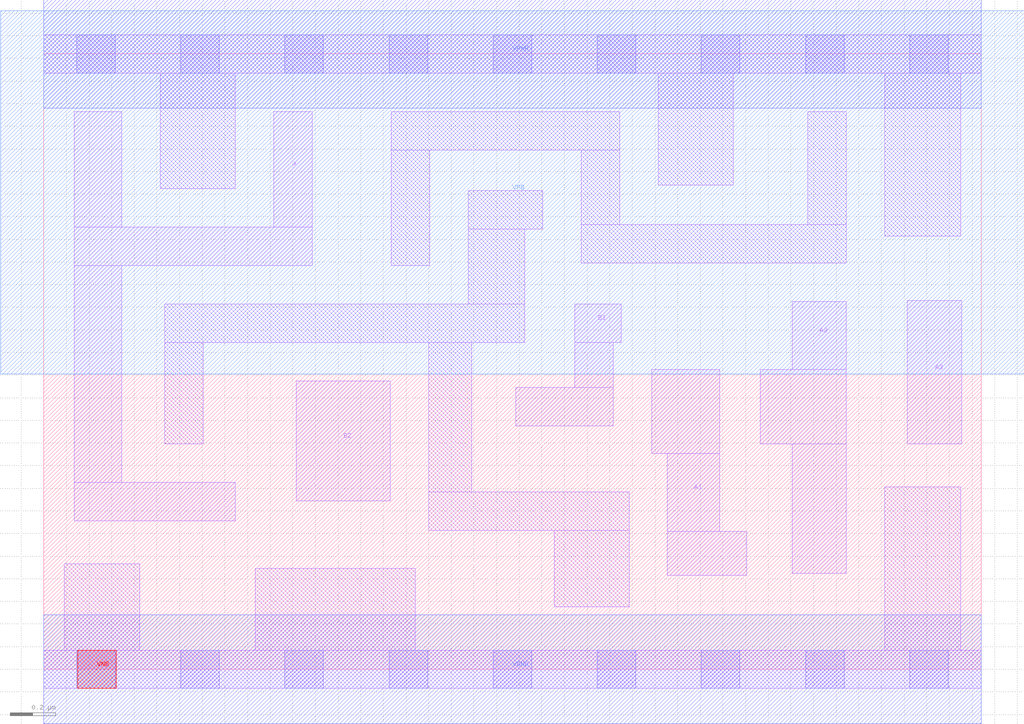
<source format=lef>
# Copyright 2020 The SkyWater PDK Authors
#
# Licensed under the Apache License, Version 2.0 (the "License");
# you may not use this file except in compliance with the License.
# You may obtain a copy of the License at
#
#     https://www.apache.org/licenses/LICENSE-2.0
#
# Unless required by applicable law or agreed to in writing, software
# distributed under the License is distributed on an "AS IS" BASIS,
# WITHOUT WARRANTIES OR CONDITIONS OF ANY KIND, either express or implied.
# See the License for the specific language governing permissions and
# limitations under the License.
#
# SPDX-License-Identifier: Apache-2.0

VERSION 5.7 ;
  NOWIREEXTENSIONATPIN ON ;
  DIVIDERCHAR "/" ;
  BUSBITCHARS "[]" ;
MACRO sky130_fd_sc_hd__a32o_2
  CLASS CORE ;
  FOREIGN sky130_fd_sc_hd__a32o_2 ;
  ORIGIN  0.000000  0.000000 ;
  SIZE  4.140000 BY  2.720000 ;
  SYMMETRY X Y R90 ;
  SITE unithd ;
  PIN A1
    ANTENNAGATEAREA  0.247500 ;
    DIRECTION INPUT ;
    USE SIGNAL ;
    PORT
      LAYER li1 ;
        RECT 2.685000 0.955000 2.985000 1.325000 ;
        RECT 2.755000 0.415000 3.105000 0.610000 ;
        RECT 2.755000 0.610000 2.985000 0.955000 ;
    END
  END A1
  PIN A2
    ANTENNAGATEAREA  0.247500 ;
    DIRECTION INPUT ;
    USE SIGNAL ;
    PORT
      LAYER li1 ;
        RECT 3.165000 0.995000 3.545000 1.325000 ;
        RECT 3.305000 0.425000 3.545000 0.995000 ;
        RECT 3.305000 1.325000 3.545000 1.625000 ;
    END
  END A2
  PIN A3
    ANTENNAGATEAREA  0.247500 ;
    DIRECTION INPUT ;
    USE SIGNAL ;
    PORT
      LAYER li1 ;
        RECT 3.815000 0.995000 4.055000 1.630000 ;
    END
  END A3
  PIN B1
    ANTENNAGATEAREA  0.247500 ;
    DIRECTION INPUT ;
    USE SIGNAL ;
    PORT
      LAYER li1 ;
        RECT 2.085000 1.075000 2.515000 1.245000 ;
        RECT 2.345000 1.245000 2.515000 1.445000 ;
        RECT 2.345000 1.445000 2.550000 1.615000 ;
    END
  END B1
  PIN B2
    ANTENNAGATEAREA  0.247500 ;
    DIRECTION INPUT ;
    USE SIGNAL ;
    PORT
      LAYER li1 ;
        RECT 1.115000 0.745000 1.530000 1.275000 ;
    END
  END B2
  PIN X
    ANTENNADIFFAREA  0.695500 ;
    DIRECTION OUTPUT ;
    USE SIGNAL ;
    PORT
      LAYER li1 ;
        RECT 0.135000 0.655000 0.845000 0.825000 ;
        RECT 0.135000 0.825000 0.345000 1.785000 ;
        RECT 0.135000 1.785000 1.185000 1.955000 ;
        RECT 0.135000 1.955000 0.345000 2.465000 ;
        RECT 1.015000 1.955000 1.185000 2.465000 ;
    END
  END X
  PIN VGND
    DIRECTION INOUT ;
    SHAPE ABUTMENT ;
    USE GROUND ;
    PORT
      LAYER met1 ;
        RECT 0.000000 -0.240000 4.140000 0.240000 ;
    END
  END VGND
  PIN VNB
    DIRECTION INOUT ;
    USE GROUND ;
    PORT
      LAYER pwell ;
        RECT 0.150000 -0.085000 0.320000 0.085000 ;
    END
  END VNB
  PIN VPB
    DIRECTION INOUT ;
    USE POWER ;
    PORT
      LAYER nwell ;
        RECT -0.190000 1.305000 4.330000 2.910000 ;
    END
  END VPB
  PIN VPWR
    DIRECTION INOUT ;
    SHAPE ABUTMENT ;
    USE POWER ;
    PORT
      LAYER met1 ;
        RECT 0.000000 2.480000 4.140000 2.960000 ;
    END
  END VPWR
  OBS
    LAYER li1 ;
      RECT 0.000000 -0.085000 4.140000 0.085000 ;
      RECT 0.000000  2.635000 4.140000 2.805000 ;
      RECT 0.090000  0.085000 0.425000 0.465000 ;
      RECT 0.515000  2.125000 0.845000 2.635000 ;
      RECT 0.535000  0.995000 0.705000 1.445000 ;
      RECT 0.535000  1.445000 2.125000 1.615000 ;
      RECT 0.935000  0.085000 1.640000 0.445000 ;
      RECT 1.535000  1.785000 1.705000 2.295000 ;
      RECT 1.535000  2.295000 2.545000 2.465000 ;
      RECT 1.700000  0.615000 2.585000 0.785000 ;
      RECT 1.700000  0.785000 1.890000 1.445000 ;
      RECT 1.875000  1.615000 2.125000 1.945000 ;
      RECT 1.875000  1.945000 2.205000 2.115000 ;
      RECT 2.255000  0.275000 2.585000 0.615000 ;
      RECT 2.375000  1.795000 3.545000 1.965000 ;
      RECT 2.375000  1.965000 2.545000 2.295000 ;
      RECT 2.715000  2.140000 3.045000 2.635000 ;
      RECT 3.375000  1.965000 3.545000 2.465000 ;
      RECT 3.715000  0.085000 4.050000 0.805000 ;
      RECT 3.715000  1.915000 4.050000 2.635000 ;
    LAYER mcon ;
      RECT 0.145000 -0.085000 0.315000 0.085000 ;
      RECT 0.145000  2.635000 0.315000 2.805000 ;
      RECT 0.605000 -0.085000 0.775000 0.085000 ;
      RECT 0.605000  2.635000 0.775000 2.805000 ;
      RECT 1.065000 -0.085000 1.235000 0.085000 ;
      RECT 1.065000  2.635000 1.235000 2.805000 ;
      RECT 1.525000 -0.085000 1.695000 0.085000 ;
      RECT 1.525000  2.635000 1.695000 2.805000 ;
      RECT 1.985000 -0.085000 2.155000 0.085000 ;
      RECT 1.985000  2.635000 2.155000 2.805000 ;
      RECT 2.445000 -0.085000 2.615000 0.085000 ;
      RECT 2.445000  2.635000 2.615000 2.805000 ;
      RECT 2.905000 -0.085000 3.075000 0.085000 ;
      RECT 2.905000  2.635000 3.075000 2.805000 ;
      RECT 3.365000 -0.085000 3.535000 0.085000 ;
      RECT 3.365000  2.635000 3.535000 2.805000 ;
      RECT 3.825000 -0.085000 3.995000 0.085000 ;
      RECT 3.825000  2.635000 3.995000 2.805000 ;
  END
END sky130_fd_sc_hd__a32o_2
END LIBRARY

</source>
